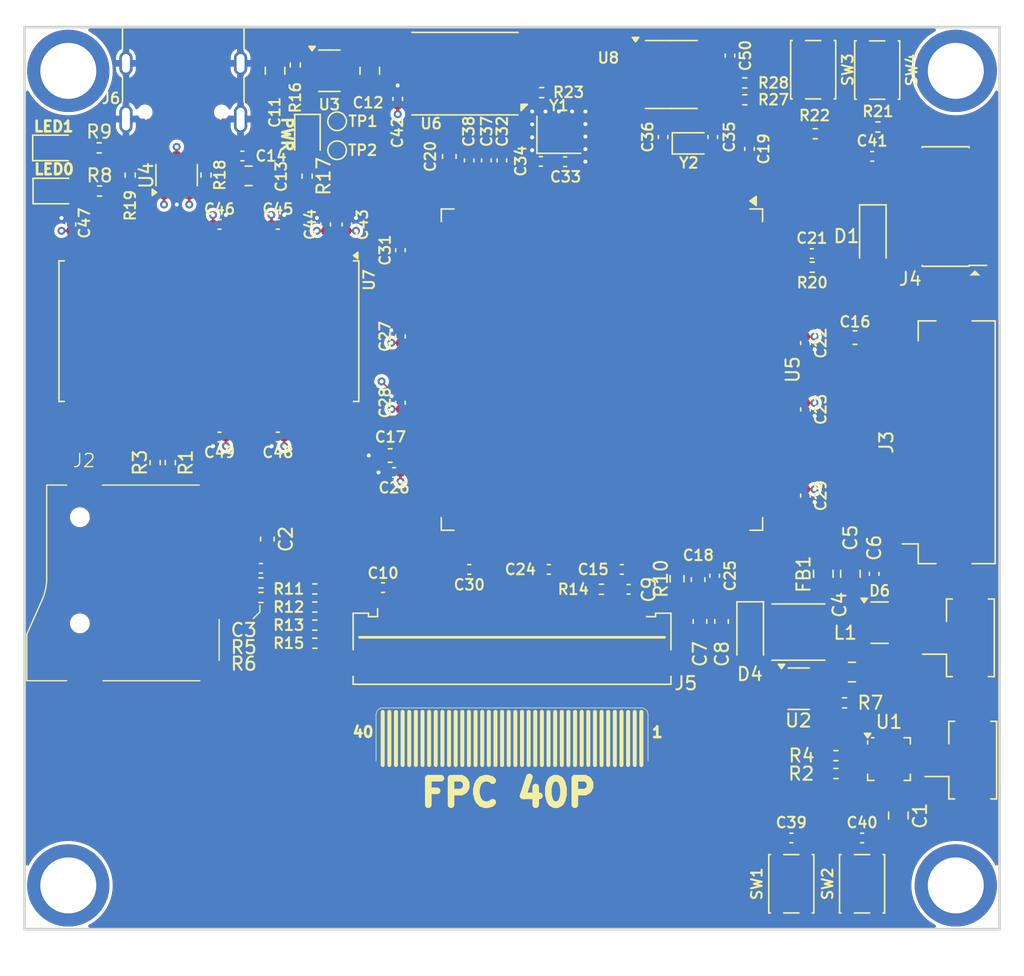
<source format=kicad_pcb>
(kicad_pcb (version 20240108) (generator "pcbnew") (generator_version "8.0")
  (layers (0 "F.Cu" signal) (1 "In1.Cu" signal) (2 "In2.Cu" signal) (31 "B.Cu" signal) (34 "B.Paste" user) (35 "F.Paste" user) (36 "B.SilkS" user "B.Silkscreen") (37 "F.SilkS" user "F.Silkscreen") (38 "B.Mask" user) (39 "F.Mask" user) (44 "Edge.Cuts" user))
  (net 0 "")
  (net 1 "VB")
  (net 2 "GND")
  (net 3 "/LED_A")
  (net 4 "/LED_K")
  (net 5 "Net-(D1-A)")
  (net 6 "/SW")
  (net 7 "/LCD_G7")
  (net 8 "/LCD_B4")
  (net 9 "/LCD_TP_INT")
  (net 10 "/LCD_G6")
  (net 11 "/LCD_R4")
  (net 12 "/LCD_CLK")
  (net 13 "/LCD_DE")
  (net 14 "/LCD_G4")
  (net 15 "/LCD_G5")
  (net 16 "/LCD_TP_SCL")
  (net 17 "/LCD_HSYNC")
  (net 18 "/LCD_TP_RST")
  (net 19 "/LCD_R5")
  (net 20 "/LCD_G2")
  (net 21 "/LCD_R7")
  (net 22 "+3V3")
  (net 23 "/LCD_B3")
  (net 24 "/LCD_G3")
  (net 25 "/LCD_R6")
  (net 26 "/LCD_TP_SDA")
  (net 27 "/LCD_B6")
  (net 28 "/LCD_VSYNC")
  (net 29 "/LCD_RST")
  (net 30 "/LCD_SPI_CS")
  (net 31 "/LCD_SPI_CLK")
  (net 32 "/LCD_B5")
  (net 33 "/LCD_R3")
  (net 34 "/LCD_SPI_DAT")
  (net 35 "/LCD_B7")
  (net 36 "/SWO")
  (net 37 "/SWDIO")
  (net 38 "/SWCLK")
  (net 39 "/RESET")
  (net 40 "/VCP_RX")
  (net 41 "/VCP_TX")
  (net 42 "/LCD_BLK")
  (net 43 "Net-(C17-Pad1)")
  (net 44 "/MCU/XIN")
  (net 45 "/MCU/XOUT")
  (net 46 "/MCU/OSC32_IN")
  (net 47 "VBAT")
  (net 48 "/MCU/OSC32_OUT")
  (net 49 "VDD")
  (net 50 "/MCU/BTN1")
  (net 51 "/MCU/BTN0")
  (net 52 "/MCU/NRST")
  (net 53 "Net-(J1-Pin_2)")
  (net 54 "Net-(J1-Pin_1)")
  (net 58 "Net-(D2-A)")
  (net 59 "Net-(D5-A)")
  (net 60 "VDD_LCD")
  (net 62 "VBUS")
  (net 66 "Net-(D3-A)")
  (net 68 "/LED0")
  (net 69 "/LED1")
  (net 70 "/DAT1")
  (net 71 "/DAT0")
  (net 72 "/SD_DET")
  (net 73 "/DAT2")
  (net 74 "/CMD")
  (net 75 "/CLK")
  (net 76 "/DAT3")
  (net 78 "/~{SD_MODE}")
  (net 79 "Net-(U1-~{SD_MODE})")
  (net 80 "Net-(U1-GAIN_SLOT)")
  (net 82 "/I2S_WS")
  (net 83 "/I2S_SCLK")
  (net 86 "/I2S_SDO")
  (net 88 "/MCU/QUADSPI_BK1_NCS")
  (net 89 "/MCU/LED_1")
  (net 91 "/MCU/BOOT0")
  (net 93 "/MCU/DBG_TX")
  (net 94 "/MCU/SDRAM_DQ5")
  (net 95 "/MCU/USB_D+")
  (net 97 "/MCU/SD_CMD")
  (net 98 "/MCU/SDRAM_ADD10")
  (net 99 "/MCU/QUADSPI_BK1_IO0")
  (net 101 "/MCU/SDRAM_DQ4")
  (net 105 "/MCU/I2S2_DIN")
  (net 106 "/MCU/SDRAM_ADD1")
  (net 107 "/MCU/I2S3_SDO")
  (net 111 "/MCU/SDRAM_DQ1")
  (net 112 "/MCU/USB_D-")
  (net 114 "/MCU/I2S3_CK")
  (net 118 "/MCU/DCMI_HSYNC")
  (net 119 "/MCU/LCD_TP_INT")
  (net 120 "/MCU/QUADSPI_CLK")
  (net 121 "/MCU/SDRAM_DQ15")
  (net 125 "/MCU/SDRAM_DQ10")
  (net 128 "/MCU/SDRAM_ADD6")
  (net 129 "/MCU/SD_CLK")
  (net 130 "/MCU/LCD_SPI_MOSI")
  (net 131 "/MCU/SD_DAT0")
  (net 132 "/MCU/QUADSPI_BK1_IO2")
  (net 134 "/MCU/SDRAM_ADD8")
  (net 135 "/MCU/SD_DAT3")
  (net 137 "/MCU/SDRAM_DQ0")
  (net 138 "/MCU/EE_SDA")
  (net 139 "/MCU/USART6_TX")
  (net 141 "/MCU/DO")
  (net 143 "/MCU/I2S3_SD_MODE")
  (net 144 "/MCU/LCD_SPI_DAT")
  (net 145 "/MCU/LCD_TP_RST")
  (net 146 "/MCU/LCD_SPI_RESET")
  (net 147 "/MCU/I2S2_WS")
  (net 149 "/MCU/LCD_CS")
  (net 151 "/MCU/SDRAM_DQ8")
  (net 152 "/MCU/LCD_SPI_MISO")
  (net 153 "/MCU/LCD_SPI_CS")
  (net 155 "/MCU/SDRAM_DQ12")
  (net 157 "/MCU/I2S3_WS")
  (net 158 "/MCU/SDRAM_ADD0")
  (net 159 "Net-(J6-CC2)")
  (net 160 "/MCU/SDRAM_ADD12")
  (net 161 "/MCU/SDRAM_DQ2")
  (net 163 "/MCU/SD_DAT1")
  (net 164 "/MCU/SDRAM_ADD5")
  (net 166 "Net-(J6-CC1)")
  (net 167 "/MCU/SD_DET")
  (net 168 "/MCU/DBG_SWCLK")
  (net 169 "/MCU/SDRAM_DQ9")
  (net 170 "Net-(U3-EN)")
  (net 171 "/MCU/SDRAM_ADD7")
  (net 172 "/MCU/DBG_SWO")
  (net 173 "Net-(U5-PDR_ON)")
  (net 174 "/EEPROM/EE_SDA")
  (net 175 "/MCU/SD_DAT2")
  (net 176 "/EEPROM/EE_SCL")
  (net 177 "/MCU/I2S2_CK")
  (net 178 "/MCU/SDRAM_ADD4")
  (net 179 "/MCU/LCD_DISP")
  (net 180 "/MCU/DCMI_VSYNC")
  (net 181 "/MCU/DBG_SWDIO")
  (net 182 "/MCU/QUADSPI_BK1_IO1")
  (net 183 "/MCU/LCD_SPI_SCK")
  (net 184 "/MCU/SDRAM_ADD3")
  (net 185 "/MCU/LCD_SPI_CLK")
  (net 186 "/MCU/SDRAM_ADD9")
  (net 187 "/MCU/SDRAM_DQ14")
  (net 189 "/MCU/QUADSPI_BK1_IO3")
  (net 190 "/MCU/DBG_RX")
  (net 192 "/MCU/SDRAM_DQ3")
  (net 193 "/MCU/SDRAM_DQ13")
  (net 194 "/MCU/LCD_TP_SCL")
  (net 195 "/MCU/SDRAM_DQ7")
  (net 197 "/MCU/USART6_RX")
  (net 198 "/MCU/SDRAM_DQ11")
  (net 200 "/MCU/SDRAM_DQ6")
  (net 201 "/MCU/EE_SCL")
  (net 202 "/MCU/SDRAM_ADD2")
  (net 203 "/MCU/SDRAM_ADD11")
  (net 204 "/LCD/LCD_B6")
  (net 205 "/MCU/LCD_BLK")
  (net 207 "/MCU/LCD_TP_SDA")
  (net 208 "/LCD/LCD_G5")
  (net 209 "/LCD/LCD_HSYNC")
  (net 210 "/LCD/LCD_G3")
  (net 211 "/SDRAM/SDRAM_UDQM")
  (net 212 "/SDRAM/~{SDRAM_CS}")
  (net 213 "/SDRAM/SDRAM_BA1")
  (net 214 "/SDRAM/SDRAM_CKE")
  (net 215 "/SDRAM/~{SDRAM_CAS}")
  (net 216 "/SDRAM/~{SDRAM_RAS}")
  (net 217 "/SDRAM/~{SDRAM_WE}")
  (net 218 "/SDRAM/SDRAM_CLK")
  (net 219 "/SDRAM/SDRAM_BA0")
  (net 220 "/LCD/LCD_DE")
  (net 222 "/SDRAM/SDRAM_LDQM")
  (net 223 "/USB_POWER/D+")
  (net 224 "/USB_POWER/D-")
  (net 226 "/LCD/LCD_VSYNC")
  (net 227 "/LCD/LCD_B7")
  (net 232 "/LCD/LCD_G2")
  (net 236 "/LCD/LCD_R7")
  (net 239 "/LCD/LCD_G6")
  (net 240 "/LCD/LCD_R4")
  (net 242 "/LCD/LCD_R6")
  (net 244 "/LCD/LCD_PCLK")
  (net 247 "/LCD/LCD_G4")
  (net 250 "/LCD/LCD_B5")
  (net 254 "/LCD/LCD_B3")
  (net 255 "/LCD/LCD_R5")
  (net 257 "/LCD/LCD_G7")
  (net 258 "/LCD/LCD_B4")
  (net 261 "/LCD/LCD_R3")
  (footprint "Package_TO_SOT_SMD:SOT-23" (layer "F.Cu") (at 172.2628 103.7844)
    (property "Reference" "D6")
    (property "Value" "BAT54CW")
  )
  (footprint "Capacitor_SMD:C_0603_1608Metric" (layer "F.Cu") (at 160.3502 103.6958 -90)
    (property "Reference" "C8")
    (property "Value" "1u")
  )
  (footprint "Capacitor_SMD:C_0402_1005Metric" (layer "F.Cu") (at 152.8332 99.7712 180)
    (property "Reference" "C15")
    (property "Value" "100n")
  )
  (footprint "SMT-round-nut:SMTSO30xx" (layer "F.Cu") (at 111.1072 62.19)
    (property "Reference" "H1" (hide yes))
    (property "Value" "MountingHole")
  )
  (footprint "Capacitor_SMD:C_0603_1608Metric" (layer "F.Cu") (at 158.7246 103.6958 -90)
    (property "Reference" "C7")
    (property "Value" "1u")
  )
  (footprint "Capacitor_SMD:C_0402_1005Metric" (layer "F.Cu") (at 148.5632 69.0372)
    (property "Reference" "C33")
    (property "Value" "16p")
  )
  (footprint "Package_TO_SOT_SMD:SOT-23-6" (layer "F.Cu") (at 119.273 70.0477 90)
    (property "Reference" "U4")
    (property "Value" "USBLC6-2SC6")
  )
  (footprint "Capacitor_SMD:C_0402_1005Metric" (layer "F.Cu") (at 170.942 120.015)
    (property "Reference" "C40")
    (property "Value" "100n")
  )
  (footprint "Capacitor_SMD:C_0402_1005Metric" (layer "F.Cu") (at 159.6898 67.1752 90)
    (property "Reference" "C35")
    (property "Value" "10p")
  )
  (footprint "Resistor_SMD:R_0402_1005Metric" (layer "F.Cu") (at 117.6528 91.7194 -90)
    (property "Reference" "R3")
    (property "Value" "10K")
  )
  (footprint "Capacitor_SMD:C_0402_1005Metric" (layer "F.Cu") (at 167.1548 75.959)
    (property "Reference" "C21")
    (property "Value" "100n")
  )
  (footprint "Button_Switch_SMD:SW_SPST_PTS810" (layer "F.Cu") (at 172.085 62.1284 -90)
    (property "Reference" "SW4")
    (property "Value" "SW_Push")
  )
  (footprint "Capacitor_SMD:C_0402_1005Metric" (layer "F.Cu") (at 171.8564 100.1014 90)
    (property "Reference" "C6")
    (property "Value" "100n")
  )
  (footprint "Capacitor_SMD:C_0603_1608Metric" (layer "F.Cu") (at 126.111 97.4852 90)
    (property "Reference" "C2")
    (property "Value" "1u")
  )
  (footprint "Capacitor_SMD:C_0805_2012Metric" (layer "F.Cu") (at 126.6952 62.1792 -90)
    (property "Reference" "C11")
    (property "Value" "1uF/0805")
  )
  (footprint "Resistor_SMD:R_0402_1005Metric" (layer "F.Cu") (at 121.4882 70.0477 90)
    (property "Reference" "R18")
    (property "Value" "5K1")
  )
  (footprint "Package_TO_SOT_SMD:SOT-23-5" (layer "F.Cu") (at 166.1682 108.7628)
    (property "Reference" "U2")
    (property "Value" "TPS61169")
  )
  (footprint "Capacitor_SMD:C_0402_1005Metric" (layer "F.Cu") (at 166.6748 82.709 -90)
    (property "Reference" "C22")
    (property "Value" "100n")
  )
  (footprint "Capacitor_SMD:C_0402_1005Metric" (layer "F.Cu") (at 166.6748 94.209 -90)
    (property "Reference" "C29")
    (property "Value" "100n")
  )
  (footprint "Package_TO_SOT_SMD:SOT-23-5" (layer "F.Cu") (at 130.7846 62.1792)
    (property "Reference" "U3")
    (property "Value" "TLV75733PDBV")
  )
  (footprint "Resistor_SMD:R_0402_1005Metric" (layer "F.Cu") (at 129.1082 70.1294 90)
    (property "Reference" "R17")
    (property "Value" "2K2")
  )
  (footprint "Package_DFN_QFN:TQFN-16-1EP_3x3mm_P0.5mm_EP1.23x1.23mm" (layer "F.Cu") (at 172.9714 114.0666)
    (property "Reference" "U1")
    (property "Value" "MAX98357A")
  )
  (footprint "Resistor_SMD:R_0402_1005Metric" (layer "F.Cu") (at 129.6924 102.607533)
    (property "Reference" "R12")
    (property "Value" "2K2")
  )
  (footprint "Capacitor_SMD:C_0402_1005Metric" (layer "F.Cu") (at 134.8258 101.1428 180)
    (property "Reference" "C10")
    (property "Value" "100n")
  )
  (footprint "Capacitor_SMD:C_0402_1005Metric" (layer "F.Cu") (at 146.7282 69.0118 180)
    (property "Reference" "C34")
    (property "Value" "16p")
  )
  (footprint "Capacitor_SMD:C_0402_1005Metric" (layer "F.Cu") (at 160.9852 61.0396 -90)
    (property "Reference" "C50")
    (property "Value" "100n")
  )
  (footprint "Resistor_SMD:R_0402_1005Metric" (layer "F.Cu") (at 128.2192 61.7392 -90)
    (property "Reference" "R16")
    (property "Value" "10K")
  )
  (footprint "Capacitor_SMD:C_0402_1005Metric" (layer "F.Cu") (at 126.9052 89.789 180)
    (property "Reference" "C48")
    (property "Value" "100n")
  )
  (footprint "Resistor_SMD:R_0402_1005Metric" (layer "F.Cu") (at 113.4384 67.9956 180)
    (property "Reference" "R9")
    (property "Value" "2K")
  )
  (footprint "Capacitor_SMD:C_0402_1005Metric" (layer "F.Cu") (at 143.7894 68.9382 90)
    (property "Reference" "C32")
    (property "Value" "100n")
  )
  (footprint "Capacitor_SMD:C_0402_1005Metric" (layer "F.Cu") (at 153.3398 101.2698 180)
    (property "Reference" "C9")
    (property "Value" "100n")
  )
  (footprint "Resistor_SMD:R_0402_1005Metric" (layer "F.Cu") (at 129.6924 105.3338)
    (property "Reference" "R15")
    (property "Value" "10K")
  )
  (footprint "Resistor_SMD:R_0402_1005Metric" (layer "F.Cu") (at 167.1848 76.9874 180)
    (property "Reference" "R20")
    (property "Value" "10K")
  )
  (footprint "Resistor_SMD:R_0402_1005Metric" (layer "F.Cu") (at 129.6924 101.2444)
    (property "Reference" "R11")
    (property "Value" "10K")
  )
  (footprint "Inductor_SMD:L_Abracon_ASPI-4030S" (layer "F.Cu") (at 166.1428 104.4956 180)
    (property "Reference" "L1")
    (property "Value" "4.7u")
  )
  (footprint "Capacitor_SMD:C_0805_2012Metric" (layer "F.Cu") (at 170.0637 100.1014 90)
    (property "Reference" "C5")
    (property "Value" "10u")
  )
  (footprint "Capacitor_SMD:C_0402_1005Metric" (layer "F.Cu") (at 135.664 92.459 180)
    (property "Reference" "C26")
    (property "Value" "100n")
  )
  (footprint "Capacitor_SMD:C_0402_1005Metric" (layer "F.Cu") (at 162.4584 68.072 90)
    (property "Reference" "C19")
    (property "Value" "100n")
  )
  (footprint "Capacitor_SMD:C_0402_1005Metric" (layer "F.Cu") (at 142.621 68.9382 90)
    (property "Reference" "C37")
    (property "Value" "100n")
  )
  (footprint "Resistor_SMD:R_0402_1005Metric" (layer "F.Cu") (at 162.1028 64.3696 180)
    (property "Reference" "R27")
    (property "Value" "2K2")
  )
  (footprint "Capacitor_SMD:C_0805_2012Metric" (layer "F.Cu") (at 170.1814 107.5088)
    (property "Reference" "C4")
    (property "Value" "10u")
  )
  (footprint "Capacitor_SMD:C_0603_1608Metric" (layer "F.Cu") (at 170.4086 82.296)
    (property "Reference" "C16")
    (property "Value" "1u")
  )
  (footprint "Capacitor_SMD:C_0402_1005Metric" (layer "F.Cu") (at 136.144 75.709 90)
    (property "Reference" "C31")
    (property "Value" "100n")
  )
  (footprint "Button_Switch_SMD:SW_SPST_PTS810" (layer "F.Cu") (at 167.259 62.103 -90)
    (property "Reference" "SW3")
    (property "Value" "SW_Push")
  )
  (footprint "Capacitor_SMD:C_0402_1005Metric" (layer "F.Cu") (at 122.5052 89.789 180)
    (property "Reference" "C49")
    (property "Value" "100n")
  )
  (footprint "Package_SO:SOIC-8_3.9x4.9mm_P1.27mm" (layer "F.Cu") (at 156.5656 62.4646)
    (property "Reference" "U8")
    (property "Value" "CAT24C256")
  )
  (footprint "Resistor_SMD:R_0402_1005Metric" (layer "F.Cu") (at 172.1358 66.421)
    (property "Reference" "R21")
    (property "Value" "10K")
  )
  (footprint "Package_QFP:LQFP-176_24x24mm_P0.5mm" (layer "F.Cu") (at 151.3332 84.709 -90)
    (property "Reference" "U5")
    (property "Value" "STM32H743IITx")
  )
  (footprint "Connector_PinHeader_1.27mm:PinHeader_2x07_P1.27mm_Vertical_SMD" (layer "F.Cu") (at 177.2412 72.4154 180)
    (property "Reference" "J4")
    (property "Value" "SWD")
  )
  (footprint "Capacitor_SMD:C_0402_1005Metric" (layer "F.Cu") (at 166.6748 87.709 -90)
    (property "Reference" "C23")
    (property "Value" "100n")
  )
  (footprint "Capacitor_SMD:C_0402_1005Metric" (layer "F.Cu") (at 147.3332 99.7712 180)
    (property "Reference" "C24")
    (property "Value" "100n")
  )
  (footprint "Resistor_SMD:R_0402_1005Metric" (layer "F.Cu") (at 169.6212 109.8296)
    (property "Reference" "R7")
    (property "Value" "10K")
  )
  (footprint "Capacitor_SMD:C_0805_2012Metric" (layer "F.Cu") (at 133.8326 62.1792 -90)
    (property "Reference" "C12")
    (property "Value" "2.2u")
  )
  (footprint "Diode_SMD:D_SOD-123" (layer "F.Cu") (at 171.7548 74.6506 -90)
    (property "Reference" "D1")
    (property "Value" "NSR0320MW2T1G")
  )
  (footprint "Capacitor_SMD:C_0402_1005Metric" (layer "F.Cu") (at 155.9433 67.1752 90)
    (property "Reference" "C36")
    (property "Value" "10p")
  )
  (footprint "Capacitor_SMD:C_0603_1608Metric" (layer "F.Cu") (at 158.5832 100.5462 -90)
    (property "Reference" "C18")
    (property "Value" "2u2")
  )
  (footprint "Button_Switch_SMD:SW_SPST_PTS810" (layer "F.Cu") (at 170.942 123.4694 90)
    (property "Reference" "SW2")
    (property "Value" "SW_Push")
  )
  (footprint "Capacitor_SMD:C_0402_1005Metric" (layer "F.Cu") (at 135.9408 64.3046 90)
    (property "Reference" "C42")
    (property "Value" "100n")
  )
  (footprint "Capacitor_SMD:C_0402_1005Metric" (layer "F.Cu") (at 125.6258 99.6872)
    (property "Reference" "C3")
    (property "Value" "100n")
  )
  (footprint "Capacitor_SMD:C_0603_1608Metric" (layer "F.Cu") (at 139.827 68.6432 90)
    (property "Reference" "C20")
    (property "Value" "4u7")
  )
  (footprint "Resistor_SMD:R_0402_1005Metric" (layer "F.Cu") (at 167.4134 66.929 180)
    (property "Reference" "R22")
    (property "Value" "10K")
  )
  (footprint "Resistor_SMD:R_0402_1005Metric" (layer "F.Cu") (at 125.6258 100.7872 180)
    (property "Reference" "R5")
    (property "Value" "10K")
  )
  (footprint "Resistor_SMD:R_0402_1005Metric" (layer "F.Cu") (at 115.7732 70.0477 90)
    (property "Reference" "R19")
    (property "Value" "5K1")
  )
  (footprint "LED_SMD:LED_0805_2012Metric" (layer "F.Cu") (at 110.109 67.9956)
    (property "Reference" "D3" (hide yes))
    (property "Value" "RED")
  )
  (footprint "Capacitor_SMD:C_0805_2012Metric" (layer "F.Cu") (at 173.6778 118.3212 -90)
    (property "Reference" "C1")
    (property "Value" "10u")
  )
  (footprint "TestPoint:TestPoint_Pad_D1.0mm" (layer "F.Cu") (at 131.3688 65.9892 90)
    (property "Reference" "TP1")
    (property "Value" "TestPoint")
  )
  (footprint "Resistor_SMD:R_0402_1005Metric" (layer "F.Cu") (at 146.7866 63.8302 180)
    (property "Reference" "R23")
    (property "Value" "10K")
  )
  (footprint "Resistor_SMD:R_0402_1005Metric" (layer "F.Cu") (at 162.1028 63.0996 180)
    (property "Reference" "R28")
    (property "Value" "2K2")
  )
  (footprint "Capacitor_SMD:C_0402_1005Metric" (layer "F.Cu") (at 122.5052 73.7642)
    (property "Reference" "C46")
    (property "Value" "100n")
  )
  (footprint "Capacitor_SMD:C_0402_1005Metric" (layer "F.Cu") (at 141.3332 99.7712 180)
    (property "Reference" "C30")
    (property "Value" "100n")
  )
  (footprint "Resistor_SMD:R_0402_1005Metric" (layer "F.Cu") (at 118.7958 91.7194 -90)
    (property "Reference" "R1")
    (property "Value" "10K")
  )
  (footprint "Capacitor_SMD:C_0402_1005Metric" (layer "F.Cu") (at 124.2288 68.6054)
    (property "Reference" "C14")
    (property "Value" "100n")
  )
  (footprint "Capacitor_SMD:C_0805_2012Metric" (layer "F.Cu") (at 168.021 100.1014 -90)
    (property "Reference" "FB1")
    (property "Value" "600R/100MHz")
  )
  (footprint "LED_SMD:LED_0805_2012Metric" (layer "F.Cu") (at 110.1344 71.247)
    (property "Reference" "D2" (hide yes))
    (property "Value" "RED")
  )
  (footprint "TestPoint:TestPoint_Pad_D1.0mm" (layer "F.Cu") (at 131.3688 68.1736 -90)
    (property "Reference" "TP2")
    (property "Value" "TestPoint")
  )
  (footprint "Resistor_SMD:R_0603_1608Metric" (layer "F.Cu") (at 156.9974 100.4702 90)
    (property "Reference" "R10")
    (property "Value" "6.8R")
  )
  (footprint "Resistor_SMD:R_0402_1005Metric" (layer "F.Cu") (at 168.9733 115.1548)
    (property "Reference" "R2")
    (property "Value" "1M")
  )
  (footprint "Capacitor_SMD:C_0402_1005Metric" (layer "F.Cu") (at 165.608 120.015)
    (property "Reference" "C39")
    (property "Value" "100n")
  )
  (footprint "Capacitor_SMD:C_0402_1005Metric" (layer "F.Cu") (at 136.144 82.209 90)
    (property "Reference" "C27")
    (property "Value" "100n")
  )
  (footprint "Crystal:Crystal_SMD_2012-2Pin_2.0x1.2mm" (layer "F.Cu") (at 157.8332 67.6552)
    (property "Reference" "Y2")
    (property "Value" "32.768KHz")
  )
  (footprint "Resistor_SMD:R_0402_1005Metric" (layer "F.Cu") (at 151.2972 101.2698)
    (property "Reference" "R14")
    (property "Value" "10K")
  )
  (footprint "Resistor_SMD:R_0402_1005Metric" (layer "F.Cu") (at 129.6924 103.970666)
    (property "Reference" "R13")
    (property "Value" "2K2")
  )
  (footprint "Capacitor_SMD:C_0805_2012Metric" (layer "F.Cu") (at 124.6988 70.104)
    (property "Reference" "C13")
    (property "Value" "4u7")
  )
  (footprint "Connector_Hirose:Hirose_DF13C_CL535-0402-2-51_1x02-1MP_P1.25mm_Vertical" (layer "F.Cu") (at 177.8556 104.9274 90)
    (property "Reference" "J1" (hide yes))
    (property "Value" "Conn_01x02_MountingPin")
  )
  (footprint "Capacitor_SMD:C_0603_1608Metric" (layer "F.Cu") (at 135.369 91.186 180)
    (property "Reference" "C17")
    (property "Value" "2u2")
  )
  (footprint "Capacitor_SMD:C_0402_1005Metric" (layer "F.Cu") (at 159.8332 100.2512 -90)
    (property "Reference" "C25")
    (property "Value" "100n")
  )
  (footprint "Resistor_SMD:R_0402_1005Metric" (layer "F.Cu") (at 113.4638 71.247 180)
    (property "Reference" "R8")
    (property "Value" "2K")
  )
  (footprint "Capacitor_SMD:C_0402_1005Metric" (layer "F.Cu") (at 141.3256 68.9382 90)
    (property "Reference" "C38")
    (property "Value" "100n")
  )
  (footprint "Crystal:Crystal_SMD_2520-4Pin_2.5x2.0mm" (layer "F.Cu") (at 148.0832 67.0052)
    (property "Reference" "Y1")
    (property "Value" "25MHz")
  )
  (footprint "Connector_FFC-FPC:Hirose_FH12-30S-0.5SH_1x30-1MP_P0.50mm_Horizontal" (layer "F.Cu") (at 176.475 90.1872 90)
    (property "Reference" "J3")
    (property "Value" "Conn_01x30_MountingPin")
  )
  (footprint "Capacitor_SMD:C_0402_1005Metric" (layer "F.Cu") (at 136.144 87.209 90)
    (property "Reference" "C28")
    (property "Value" "100n")
  )
  (footprint "Capacitor_SMD:C_0402_1005Metric" (layer "F.Cu") (at 111.3052 73.7642 90)
    (property "Reference" "C47")
    (property "Value" "100n")
  )
  (footprint "LED_SMD:LED_0805_2012Metric" (layer "F.Cu") (at 129.1336 67.1576 -90)
    (property "Reference" "D5" (hide yes))
    (property "Value" "GREEN")
  )
  (footprint "TF-115:SD-TF-115" (layer "F.Cu") (at 117.729 100.7872 -90)
    (property "Reference" "J2")
    (property "Value" "Micro_SD_Card_Det1")
  )
  (footprint "Button_Switch_SMD:SW_SPST_PTS810" (layer "F.Cu") (at 165.608 123.4694 90)
    (property "Reference" "SW1")
    (property "Value" "SW_Push")
  )
  (footprint "Capacitor_SMD:C_0402_1005Metric" (layer "F.Cu") (at 132.1052 73.7642 90)
    (property "Reference" "C43")
    (property "Value" "100n")
  )
  (footprint "SMT-round-nut:SMTSO30xx" (layer "F.Cu") (at 111.1072 123.59)
    (property "Reference" "H4" (hide yes))
    (property "Value" "MountingHole")
  )
  (footprint "Capacitor_SMD:C_0402_1005Metric" (layer "F.Cu") (at 171.7014 68.6308)
    (property "Reference" "C41")
    (property "Value" "100n")
  )
  (footprint "SMT-round-nut:SMTSO30xx" (layer "F.Cu") (at 178.0072 62.19)
    (property "Reference" "H2" (hide yes))
    (property "Value" "MountingHole")
  )
  (footprint "Diode_SMD:D_SOD-123" (layer "F.Cu") (at 162.5092 104.5718 -90)
    (property "Reference" "D4")
    (property "Value" "MBR0540")
  )
  (footprint "Connector_FFC-FPC:Omron_XF2M-4015-1A_1x40-1MP_P0.5mm_Horizontal" (layer "F.Cu") (at 144.5572 104.9754)
    (property "Reference" "J5")
    (property "Value" "Conn_01x40_MountingPin")
  )
  (footprint "Resistor_SMD:R_0402_1005Metric" (layer "F.Cu") (at 168.9733 113.8086 180)
    (property "Reference" "R4")
    (property "Value" "100K")
  )
  (footprint "Connector_USB:USB_C_Receptacle_G-Switch_GT-USB-7010ASV" (layer "F.Cu") (at 119.773 62.696 180)
    (property "Reference" "J6")
    (property "Value" "USB_C_Receptacle_USB2.0_16P")
  )
  (footprint "Package_SON:WSON-8-1EP_8x6mm_P1.27mm_EP3.4x4.3mm" (layer "F.Cu") (at 141.009 62.3996 180)
    (property "Reference" "U6")
    (property "Value" "MT25Q")
  )
  (footprint "Resistor_SMD:R_0402_1005Metric" (layer "F.Cu") (at 125.6258 101.8872 180)
    (property "Reference" "R6")
    (property "Value" "10K")
  )
  (footprint "Package_SO:TSOP-II-54_22.2x10.16mm_P0.8mm" (layer "F.Cu") (at 121.7052 81.8108 -90)
    (property "Reference" "U7")
    (property "Value" "MT48LC16M16A2P")
  )
  (footprint "Capacitor_SMD:C_0402_1005Metric" (layer "F.Cu") (at 130.5052 73.7642 90)
    (property "Reference" "C44")
    (property "Value" "100n")
  )
  (footprint "Capacitor_SMD:C_0402_1005Metric" (layer "F.Cu") (at 126.9052 73.7642)
    (property "Reference" "C45")
    (property "Value" "100n")
  )
  (footprint "Connector_Hirose:Hirose_DF13C_CL535-0402-2-51_1x02-1MP_P1.25mm_Vertical" (layer "F.Cu") (at 178.0334 114.1476 90)
    (property "Reference" "J1" (hide yes))
    (property "Value" "Conn_01x02_MountingPin")
  )
  (footprint "SMT-round-nut:SMTSO30xx" (layer "F.Cu") (at 178.0072 123.59)
    (property "Reference" "H3" (hide yes))
    (property "Value" "MountingHole")
  )
  (gr_line (start 154.3072 110.5154) (end 154.3072 114.5154) (stroke (width 0.3)) (layer "F.SilkS"))
  (gr_line (start 135.3072 110.5154) (end 135.3072 114.5154) (stroke (width 0.3)) (layer "F.SilkS"))
  (gr_line (start 140.8072 110.5154) (end 140.8072 114.5154) (stroke (width 0.3)) (layer "F.SilkS"))
  (gr_line (start 146.3072 110.5154) (end 146.3072 114.5154) (stroke (width 0.3)) (layer "F.SilkS"))
  (gr_line (start 142.8072 110.5154) (end 142.8072 114.5154) (stroke (width 0.3)) (layer "F.SilkS"))
  (gr_line (start 144.3072 110.5154) (end 144.3072 114.5154) (stroke (width 0.3)) (layer "F.SilkS"))
  (gr_line (start 140.3072 110.5154) (end 140.3072 114.5154) (stroke (width 0.3)) (layer "F.SilkS"))
  (gr_line (start 134.8072 110.2106) (end 154.3072 110.2106) (stroke (width 0.05)) (layer "F.SilkS"))
  (gr_arc (start 154.3072 110.2106) (mid 154.660753 110.357047) (end 154.8072 110.7106) (stroke (width 0.05)) (layer "F.SilkS"))
  (gr_line (start 147.8072 110.5154) (end 147.8072 114.5154) (stroke (width 0.3)) (layer "F.SilkS"))
  (gr_line (start 154.8072 110.7106) (end 154.8072 114.2106) (stroke (width 0.05)) (layer "F.SilkS"))
  (gr_line (start 153.8072 110.5154) (end 153.8072 114.5154) (stroke (width 0.3)) (layer "F.SilkS"))
  (gr_line (start 139.8072 110.5154) (end 139.8072 114.5154) (stroke (width 0.3)) (layer "F.SilkS"))
  (gr_line (start 147.3072 110.5154) (end 147.3072 114.5154) (stroke (width 0.3)) (layer "F.SilkS"))
  (gr_line (start 144.8072 110.5154) (end 144.8072 114.5154) (stroke (width 0.3)) (layer "F.SilkS"))
  (gr_line (start 148.8072 110.5154) (end 148.8072 114.5154) (stroke (width 0.3)) (layer "F.SilkS"))
  (gr_line (start 145.3072 110.5154) (end 145.3072 114.5154) (stroke (width 0.3)) (layer "F.SilkS"))
  (gr_line (start 138.8072 110.5154) (end 138.8072 114.5154) (stroke (width 0.3)) (layer "F.SilkS"))
  (gr_line (start 134.8072 110.5154) (end 134.8072 114.5154) (stroke (width 0.3)) (layer "F.SilkS"))
  (gr_arc (start 134.3072 110.7106) (mid 134.453647 110.357047) (end 134.8072 110.2106) (stroke (width 0.05)) (layer "F.SilkS"))
  (gr_line (start 139.3072 110.5154) (end 139.3072 114.5154) (stroke (width 0.3)) (layer "F.SilkS"))
  (gr_line (start 141.8072 110.5154) (end 141.8072 114.5154) (stroke (width 0.3)) (layer "F.SilkS"))
  (gr_line (start 125.5522 102.9716) (end 125.0442 103.4796) (stroke (width 0.1)) (layer "F.SilkS"))
  (gr_line (start 125.5522 102.489) (end 125.5522 102.9716) (stroke (width 0.1)) (layer "F.SilkS"))
  (gr_line (start 134.3072 110.7106) (end 134.3072 114.2106) (stroke (width 0.05)) (layer "F.SilkS"))
  (gr_line (start 145.8072 110.5154) (end 145.8072 114.5154) (stroke (width 0.3)) (layer "F.SilkS"))
  (gr_line (start 151.3072 110.5154) (end 151.3072 114.5154) (stroke (width 0.3)) (layer "F.SilkS"))
  (gr_line (start 150.8072 110.5154) (end 150.8072 114.5154) (stroke (width 0.3)) (layer "F.SilkS"))
  (gr_line (start 138.3072 110.5154) (end 138.3072 114.5154) (stroke (width 0.3)) (layer "F.SilkS"))
  (gr_line (start 136.3072 110.5154) (end 136.3072 114.5154) (stroke (width 0.3)) (layer "F.SilkS"))
  (gr_line (start 136.8072 110.5154) (end 136.8072 114.5154) (stroke (width 0.3)) (layer "F.SilkS"))
  (gr_line (start 146.8072 110.5154) (end 146.8072 114.5154) (stroke (width 0.3)) (layer "F.SilkS"))
  (gr_line (start 137.8072 110.5154) (end 137.8072 114.5154) (stroke (width 0.3)) (layer "F.SilkS"))
  (gr_line (start 141.3072 110.5154) (end 141.3072 114.5154) (stroke (width 0.3)) (layer "F.SilkS"))
  (gr_line (start 135.8072 110.5154) (end 135.8072 114.5154) (stroke (width 0.3)) (layer "F.SilkS"))
  (gr_line (start 148.3072 110.5154) (end 148.3072 114.5154) (stroke (width 0.3)) (layer "F.SilkS"))
  (gr_line (start 152.3072 110.5154) (end 152.3072 114.5154) (stroke (width 0.3)) (layer "F.SilkS"))
  (gr_line (start 151.8072 110.5154) (end 151.8072 114.5154) (stroke (width 0.3)) (layer "F.SilkS"))
  (gr_line (start 149.8072 110.5154) (end 149.8072 114.5154) (stroke (width 0.3)) (layer "F.SilkS"))
  (gr_line (start 153.3072 110.5154) (end 153.3072 114.5154) (stroke (width 0.3)) (layer "F.SilkS"))
  (gr_line (start 137.3072 110.5154) (end 137.3072 114.5154) (stroke (width 0.3)) (layer "F.SilkS"))
  (gr_line (start 150.3072 110.5154) (end 150.3072 114.5154) (stroke (width 0.3)) (layer "F.SilkS"))
  (gr_line (start 152.8072 110.5154) (end 152.8072 114.5154) (stroke (width 0.3)) (layer "F.SilkS"))
  (gr_line (start 142.3072 110.5154) (end 142.3072 114.5154) (stroke (width 0.3)) (layer "F.SilkS"))
  (gr_poly (pts (xy 179.0446 77.6224) (xy 179.8574 77.6224) (xy 179.451 77.216)) (fill solid) (layer "F.SilkS"))
  (gr_line (start 149.3072 110.5154) (end 149.3072 114.5154) (stroke (width 0.3)) (layer "F.SilkS"))
  (gr_line (start 143.3072 110.5154) (end 143.3072 114.5154) (stroke (width 0.3)) (layer "F.SilkS"))
  (gr_line (start 143.8072 110.5154) (end 143.8072 114.5154) (stroke (width 0.3)) (layer "F.SilkS"))
  (gr_line (start 133.0572 104.89) (end 156.0572 104.89) (stroke (width 0.2)) (layer "F.SilkS"))
  (gr_line (start 180.3072 58.89) (end 181.3072 58.89) (stroke (width 0.2)) (layer "Edge.Cuts"))
  (gr_line (start 181.3072 59.89) (end 181.3072 58.89) (stroke (width 0.2)) (layer "Edge.Cuts"))
  (gr_line (start 107.8072 125.89) (end 107.8072 126.89) (stroke (width 0.2)) (layer "Edge.Cuts"))
  (gr_line (start 180.3072 126.89) (end 108.8072 126.89) (stroke (width 0.2)) (layer "Edge.Cuts"))
  (gr_line (start 181.3072 125.89) (end 181.3072 126.89) (stroke (width 0.2)) (layer "Edge.Cuts"))
  (gr_line (start 108.8072 58.89) (end 107.8072 58.89) (stroke (width 0.2)) (layer "Edge.Cuts"))
  (gr_line (start 180.3072 58.89) (end 108.8072 58.89) (stroke (width 0.2)) (layer "Edge.Cuts"))
  (gr_line (start 107.8072 59.89) (end 107.8072 125.89) (stroke (width 0.2)) (layer "Edge.Cuts"))
  (gr_line (start 107.8072 59.89) (end 107.8072 58.89) (stroke (width 0.2)) (layer "Edge.Cuts"))
  (gr_line (start 108.8072 126.89) (end 107.8072 126.89) (stroke (width 0.2)) (layer "Edge.Cuts"))
  (gr_line (start 181.3072 59.89) (end 181.3072 125.89) (stroke (width 0.2)) (layer "Edge.Cuts"))
  (gr_line (start 180.3072 126.89) (end 181.3072 126.89) (stroke (width 0.2)) (layer "Edge.Cuts"))
  (gr_text "LED0" (at 108.4326 70.0786 0) (layer "F.SilkS") (effects (font (size 0.8 0.8) (thickness 0.2) (bold yes)) (justify left bottom)))
  (gr_text "FPC 40P" (at 137.4394 117.7798 0) (layer "F.SilkS") (effects (font (size 2 2) (thickness 0.5) (bold yes)) (justify left bottom)))
  (gr_text "LED1" (at 108.402333 66.8526 0) (layer "F.SilkS") (effects (font (size 0.8 0.8) (thickness 0.2) (bold yes)) (justify left bottom)))
  (gr_text "40" (at 132.4356 112.4966 0) (layer "F.SilkS") (effects (font (size 0.8 0.8) (thickness 0.2) (bold yes)) (justify left bottom)))
  (gr_text "PWR" (at 127.127 65.5828 -90) (layer "F.SilkS") (effects (font (size 0.8 0.8) (thickness 0.2) (bold yes)) (justify left bottom)))
  (gr_text "1" (at 154.9908 112.5154 0) (layer "F.SilkS") (effects (font (size 0.8 0.8) (thickness 0.2) (bold yes)) (justify left bottom)))
  (segment (start 135.9408 63.8246) (end 135.9408 63.2968) (width 0.25) (layer "F.Cu") (net 2))
  (segment (start 166.4448 82.959) (end 166.6748 83.189) (width 0.2) (layer "F.Cu") (net 2))
  (segment (start 150.0886 67.6656) (end 150.0886 68.09105) (width 0.6) (layer "F.Cu") (net 2))
  (segment (start 122.9852 73.052) (end 122.9868 73.0504) (width 0.2) (layer "F.Cu") (net 2))
  (segment (start 134.594 91.186) (end 133.7564 91.186) (width 0.2) (layer "F.Cu") (net 2))
  (segment (start 130.5052 73.2842) (end 129.85 73.2842) (width 0.2) (layer "F.Cu") (net 2))
  (segment (start 135.497 86.729) (end 135.4836 86.7156) (width 0.2) (layer "F.Cu") (net 2))
  (segment (start 147.2082 66.3052) (end 147.2082 65.3821) (width 0.6) (layer "F.Cu") (net 2))
  (segment (start 123.3052 74.0842) (end 122.9852 73.7642) (width 0.2) (layer "F.Cu") (net 2))
  (segment (start 135.9408 63.2968) (end 135.936009 63.292009) (width 0.25) (layer "F.Cu") (net 2))
  (segment (start 138.6582 81.959) (end 136.374 81.959) (width 0.2) (layer "F.Cu") (net 2))
  (segment (start 147.0832 99.5412) (end 146.8532 99.7712) (width 0.2) (layer "F.Cu") (net 2))
  (segment (start 121.7052 87.5608) (end 121.7052 89.469) (width 0.2) (layer "F.Cu") (net 2))
  (segment (start 128.1052 76.0608) (end 128.1052 74.4842) (width 0.2) (layer "F.Cu") (net 2))
  (segment (start 136.374 86.959) (end 136.144 86.729) (width 0.2) (layer "F.Cu") (net 2))
  (segment (start 146.0754 68.1736) (end 146.0754 68.839) (width 0.6) (layer "F.Cu") (net 2))
  (segment (start 167.3584 94.689) (end 167.3606 94.6912) (width 0.2) (layer "F.Cu") (net 2))
  (segment (start 127.3852 73.0546) (end 127.381 73.0504) (width 0.2) (layer "F.Cu") (net 2))
  (segment (start 132.786 73.2842) (end 132.7912 73.279) (width 0.2) (layer "F.Cu") (net 2))
  (segment (start 150.0886 65.2526) (end 150.0886 69.0372) (width 0.6) (layer "F.Cu") (net 2))
  (segment (start 148.9582 67.7052) (end 150.049 67.7052) (width 0.6) (layer "F.Cu") (net 2))
  (segment (start 141.0832 97.384) (end 141.0832 99.5412) (width 0.2) (layer "F.Cu") (net 2))
  (segment (start 136.374 81.959) (end 136.144 81.729) (width 0.2) (layer "F.Cu") (net 2))
  (segment (start 127.3852 73.7642) (end 127.3852 73.0546) (width 0.2) (layer "F.Cu") (net 2))
  (segment (start 150.0886 69.0372) (end 149.0432 69.0372) (width 0.6) (layer "F.Cu") (net 2))
  (segment (start 135.4782 81.729) (end 135.4582 81.749) (width 0.2) (layer "F.Cu") (net 2))
  (segment (start 152.5832 99.5412) (end 152.3532 99.7712) (width 0.2) (layer "F.Cu") (net 2))
  (segment (start 138.6582 75.459) (end 136.374 75.459) (width 0.2) (layer "F.Cu") (net 2))
  (segment (start 122.0252 90.4712) (end 122.0216 90.4748) (width 0.2) (layer "F.Cu") (net 2))
  (segment (start 111.3052 73.2842) (end 110.5968 73.2842) (width 0.2) (layer "F.Cu") (net 2))
  (segment (start 132.1052 73.2842) (end 132.786 73.2842) (width 0.2) (layer "F.Cu") (net 2))
  (segment (start 138.6582 86.959) (end 136.374 86.959) (width 0.2) (layer "F.Cu") (net 2))
  (segment (start 146.0754 65.2526) (end 150.0886 65.2526) (width 0.6) (layer "F.Cu") (net 2))
  (segment (start 164.0082 94.459) (end 166.4448 94.459) (width 0.2) (layer "F.Cu") (net 2))
  (segment (start 147.2082 65.3821) (end 147.0787 65.2526) (width 0.6) (layer "F.Cu") (net 2))
  (segment (start 146.0754 68.1736) (end 146.0754 65.2526) (width 0.6) (layer "F.Cu") (net 2))
  (segment (start 119.273 71.1852) (end 119.273 72.2576) (width 0.25) (layer "F.Cu") (net 2))
  (segment (start 136.144 86.729) (end 135.497 86.729) (width 0.2) (layer "F.Cu") (net 2))
  (segment (start 126.4252 89.789) (end 126.4252 90.4588) (width 0.2) (layer "F.Cu") (net 2))
  (segment (start 141.0832 99.5412) (end 140.8532 99.7712) (width 0.2) (layer "F.Cu") (net 2))
  (segment (start 167.3566 83.189) (end 167.3606 83.185) (width 0.2) (layer "F.Cu") (net 2))
  (segment (start 128.1052 74.4842) (end 127.3852 73.7642) (width 0.2) (layer "F.Cu") (net 2))
  (segment (start 166.4448 87.959) (end 166.6748 88.189) (width 0.2) (layer "F.Cu") (net 2))
  (segment (start 129.85 73.2842) (end 129.8448 73.279) (width 0.2) (layer "F.Cu") (net 2))
  (segment (start 152.5832 97.384) (end 152.5832 99.5412) (width 0.2) (layer "F.Cu") (net 2))
  (segment (start 125.7052 87.5608) (end 125.7052 89.069) (width 0.2) (layer "F.Cu") (net 2))
  (segment (start 164.0082 87.959) (end 166.4448 87.959) (width 0.2) (layer "F.Cu") (net 2))
  (segment (start 134.496 92.459) (end 134.493 92.456) (width 0.2) (layer "F.Cu") (net 2))
  (segment (start 126.4252 90.4588) (end 126.4412 90.4748) (width 0.2) (layer "F.Cu") (net 2))
  (segment (start 166.6748 83.189) (end 167.3566 83.189) (width 0.2) (layer "F.Cu") (net 2))
  (segment (start 123.3052 76.0608) (end 123.3052 74.0842) (width 0.2) (layer "F.Cu") (net 2))
  (segment (start 121.7052 89.469) (end 122.0252 89.789) (width 0.2) (layer "F.Cu") (net 2))
  (segment (start 166.4448 94.459) (end 166.6748 94.689) (width 0.2) (layer "F.Cu") (net 2))
  (segment (start 135.184 92.459) (end 134.496 92.459) (width 0.2) (layer "F.Cu") (net 2))
  (segment (start 150.049 67.7052) (end 150.0886 67.6656) (width 0.6) (layer "F.Cu") (net 2))
  (segment (start 125.7052 89.069) (end 126.4252 89.789) (width 0.2) (layer "F.Cu") (net 2))
  (segment (start 110.5968 73.2842) (end 110.5916 73.279) (width 0.2) (layer "F.Cu") (net 2))
  (segment (start 122.9852 73.7642) (end 122.9852 73.052) (width 0.2) (layer "F.Cu") (net 2))
  (segment (start 136.374 75.459) (end 136.144 75.229) (width 0.2) (layer "F.Cu") (net 2))
  (segment (start 166.6748 94.689) (end 167.3584 94.689) (width 0.2) (layer "F.Cu") (net 2))
  (segment (start 164.0082 82.959) (end 166.4448 82.959) (width 0.2) (layer "F.Cu") (net 2))
  (segment (start 119.273 72.2576) (end 119.2784 72.263) (width 0.25) (layer "F.Cu") (net 2))
  (segment (start 167.3604 88.189) (end 167.3606 88.1888) (width 0.2) (layer "F.Cu") (net 2))
  (segment (start 136.144 81.729) (end 135.4782 81.729) (width 0.2) (layer "F.Cu") (net 2))
  (segment (start 147.0832 97.384) (end 147.0832 99.5412) (width 0.2) (layer "F.Cu") (net 2))
  (segment (start 122.0252 89.789) (end 122.0252 90.4712) (width 0.2) (layer "F.Cu") (net 2))
  (segment (start 166.6748 88.189) (end 167.3604 88.189) (width 0.2) (layer "F.Cu") (net 2))
  (segment (start 146.0754 68.839) (end 146.2482 69.0118) (width 0.6) (layer "F.Cu") (net 2))
  (via (at 148.082 65.2526) (size 0.6) (drill 0.3) (layers "F.Cu" "B.Cu") (net 2))
  (via (at 132.7912 73.279) (size 0.6) (drill 0.3) (layers "F.Cu" "B.Cu") (net 2))
  (via (at 135.936009 63.292009) (size 0.6) (drill 0.3) (layers "F.Cu" "B.Cu") (net 2))
  (via (at 146.0754 67.199932) (size 0.6) (drill 0.3) (layers "F.Cu" "B.Cu") (net 2))
  (via (at 167.3606 88.1888) (size 0.6) (drill 0.3) (layers "F.Cu" "B.Cu") (net 2))
  (via (at 150.0886 65.2526) (size 0.6) (drill 0.3) (layers "F.Cu" "B.Cu") (net 2))
  (via (at 146.0754 68.1736) (size 0.6) (drill 0.3) (layers "F.Cu" "B.Cu") (net 2))
  (via (at 150.0886 69.0372) (size 0.6) (drill 0.3) (layers "F.Cu" "B.Cu") (net 2))
  (via (at 134.493 92.456) (size 0.6) (drill 0.3) (layers "F.Cu" "B.Cu") (net 2))
  (via (at 129.8448 73.279) (size 0.6) (drill 0.3) (layers "F.Cu" "B.Cu") (net 2))
  (via (at 119.2784 72.263) (size 0.6) (drill 0.3) (layers "F.Cu" "B.Cu") (net 2))
  (via (at 110.5916 73.279) (size 0.6) (drill 0.3) (layers "F.Cu" "B.Cu") (net 2))
  (via (at 167.3606 94.6912) (size 0.6) (drill 0.3) (layers "F.Cu" "B.Cu") (net 2))
  (via (at 135.4836 86.7156) (size 0.6) (drill 0.3) (layers "F.Cu" "B.Cu") (net 2))
  (via (at 167.3606 83.185) (size 0.6) (drill 0.3) (layers "F.Cu" "B.Cu") (net 2))
  (via (at 150.0886 66.19875) (size 0.6) (drill 0.3) (layers "F.Cu" "B.Cu") (net 2))
  (via (at 135.4582 81.749) (size 0.6) (drill 0.3) (layers "F.Cu" "B.Cu") (net 2))
  (via (at 146.0754 66.226266) (size 0.6) (drill 0.3) (layers "F.Cu" "B.Cu") (net 2))
  (via (at 126.4412 90.4748) (size 0.6) (drill 0.3) (layers "F.Cu" "B.Cu") (net 2))
  (via (at 127.381 73.0504) (size 0.6) (drill 0.3) (layers "F.Cu" "B.Cu") (net 2))
  (via (at 146.0754 65.2526) (size 0.6) (drill 0.3) (layers "F.Cu" "B.Cu") (net 2))
  (via (at 149.0853 65.2526) (size 0.6) (drill 0.3) (layers "F.Cu" "B.Cu") (net 2))
  (via (at 122.0216 90.4748) (size 0.6) (drill 0.3) (layers "F.Cu" "B.Cu") (net 2))
  (via (at 150.0886 67.1449) (size 0.6) (drill 0.3) (layers "F.Cu" "B.Cu") (net 2))
  (via (at 150.0886 68.09105) (size 0.6) (drill 0.3) (layers "F.Cu" "B.Cu") (net 2))
  (via (at 122.9868 73.0504) (size 0.6) (drill 0.3) (layers "F.Cu" "B.Cu") (net 2))
  (via (at 147.0787 65.2526) (size 0.6) (drill 0.3) (layers "F.Cu" "B.Cu") (net 2))
  (via (at 133.7564 91.186) (size 0.6) (drill 0.3) (layers "F.Cu" "B.Cu") (net 2))
  (segment (start 166.6748 82.229) (end 167.3514 82.229) (width 0.2) (layer "F.Cu") (net 22))
  (segment (start 147.5832 99.5412) (end 147.8132 99.7712) (width 0.2) (layer "F.Cu") (net 22))
  (segment (start 164.0082 75.959) (end 166.6748 75.959) (width 0.2) (layer "F.Cu") (net 22))
  (segment (start 147.5832 97.384) (end 147.5832 99.5412) (width 0.2) (layer "F.Cu") (net 22))
  (segment (start 132.1052 74.2442) (end 132.7912 74.2442) (width 0.2) (layer "F.Cu") (net 22))
  (segment (start 126.4252 73.7642) (end 126.4252 73.0598) (width 0.2) (layer "F.Cu") (net 22))
  (segment (start 123.3052 87.5608) (end 123.3052 89.469) (width 0.2) (layer "F.Cu") (net 22))
  (segment (start 127.3852 90.4706) (end 127.381 90.4748) (width 0.2) (layer "F.Cu") (net 22))
  (segment (start 136.374 87.459) (end 136.144 87.689) (width 0.2) (layer "F.Cu") (net 22))
  (segment (start 128.1052 87.5608) (end 128.1052 89.069) (width 0.2) (layer "F.Cu") (net 22))
  (segment (start 166.4448 93.959) (end 166.6748 93.729) (width 0.2) (layer "F.Cu") (net 22))
  (segment (start 166.6748 87.229) (end 167.3552 87.229) (width 0.2) (layer "F.Cu") (net 22))
  (segment (start 128.1052 89.069) (end 127.3852 89.789) (width 0.2) (layer "F.Cu") (net 22))
  (segment (start 111.3052 76.0608) (end 111.3052 74.2442) (width 0.2) (layer "F.Cu") (net 22))
  (segment (start 164.0082 82.459) (end 166.4448 82.459) (width 0.2) (layer "F.Cu") (net 22))
  (segment (start 125.7052 76.0608) (end 125.7052 74.4842) (width 0.2) (layer "F.Cu") (net 22))
  (segment (start 135.4614 82.689) (end 135.4582 82.6858) (width 0.2) (layer "F.Cu") (net 22))
  (segment (start 166.6748 93.729) (end 167.3576 93.729) (width 0.2) (layer "F.Cu") (net 22))
  (segment (start 141.5832 99.5412) (end 141.8132 99.7712) (width 0.2) (layer "F.Cu") (net 22))
  (segment (start 132.1052 76.0608) (end 132.1052 74.2442) (width 0.2) (layer "F.Cu") (net 22))
  (segment (start 130.5052 74.2442) (end 129.8448 74.2442) (width 0.2) (layer "F.Cu") (net 22))
  (segment (start 167.3514 82.229) (end 167.3606 82.2198) (width 0.2) (layer "F.Cu") (net 22))
  (segment (start 121.7052 76.0608) (end 121.7052 74.0842) (width 0.2) (layer "F.Cu") (net 22))
  (segment (start 136.144 82.689) (end 135.4614 82.689) (width 0.2) (layer "F.Cu") (net 22))
  (segment (start 130.5052 76.0608) (end 130.5052 74.2442) (width 0.2) (layer "F.Cu") (net 22))
  (segment (start 166.4448 87.459) (end 166.6748 87.229) (width 0.2) (layer "F.Cu") (net 22))
  (segment (start 122.9852 89.789) (end 122.9852 90.4732) (width 0.2) (layer "F.Cu") (net 22))
  (segment (start 135.4918 87.689) (end 135.4836 87.6808) (width 0.2) (layer "F.Cu") (net 22))
  (segment (start 159.5832 97.384) (end 159.5832 99.5212) (width 0.2) (layer "F.Cu") (net 22))
  (segment (start 126.4252 73.0598) (end 126.4158 73.0504) (width 0.2) (layer "F.Cu") (net 22))
  (segment (start 138.6582 92.459) (end 136.144 92.459) (width 0.2) (layer "F.Cu") (net 22))
  (segment (start 111.3052 74.2442) (end 110.5916 74.2442) (width 0.2) (layer "F.Cu") (net 22))
  (segment (start 159.5832 99.5212) (end 159.8332 99.7712) (width 0.2) (layer "F.Cu") (net 22))
  (segment (start 138.6582 75.959) (end 136.374 75.959) (width 0.2) (layer "F.Cu") (net 22))
  (segment (start 122.9852 90.4732) (end 122.9868 90.4748) (width 0.2) (layer "F.Cu") (net 22))
  (segment (start 122.0252 73.7642) (end 122.0252 73.054) (width 0.2) (layer "F.Cu") (net 22))
  (segment (start 167.3552 87.229) (end 167.3606 87.2236) (width 0.2) (layer "F.Cu") (net 22))
  (segment (start 136.144 87.689) (end 135.4918 87.689) (width 0.2) (layer "F.Cu") (net 22))
  (segment (start 164.0082 87.459) (end 166.4448 87.459) (width 0.2) (layer "F.Cu") (net 22))
  (segment (start 167.3576 93.729) (end 167.3606 93.726) (width 0.2) (layer "F.Cu") (net 22))
  (segment (start 137.259 64.3046) (end 136.779 64.7846) (width 0.25) (layer "F.Cu") (net 22))
  (segment (start 122.0252 73.054) (end 122.0216 73.0504) (width 0.2) (layer "F.Cu") (net 22))
  (segment (start 164.0082 93.959) (end 166.4448 93.959) (width 0.2) (layer "F.Cu") (net 22))
  (segment (start 136.374 75.959) (end 136.144 76.189) (width 0.2) (layer "F.Cu") (net 22))
  (segment (start 121.7052 74.0842) (end 122.0252 73.7642) (width 0.2) (layer "F.Cu") (net 22))
  (segment (start 138.6582 82.459) (end 136.374 82.459) (width 0.2) (layer "F.Cu") (net 22))
  (segment (start 153.0832 97.384) (end 153.0832 99.5412) (width 0.2) (layer "F.Cu") (net 22))
  (segment (start 136.144 92.459) (end 136.144 93.1418) (width 0.2) (layer "F.Cu") (net 22))
  (segment (start 138.6582 87.459) (end 136.374 87.459) (width 0.2) (layer "F.Cu") (net 22))
  (segment (start 123.3052 89.469) (end 122.9852 89.789) (width 0.2) (layer "F.Cu") (net 22))
  (segment (start 136.374 82.459) (end 136.144 82.689) (width 0.2) (layer "F.Cu") (net 22))
  (segment (start 125.7052 74.4842) (end 126.4252 73.7642) (width 0.2) (layer "F.Cu") (net 22))
  (segment (start 141.5832 97.384) (end 141.5832 99.5412) (width 0.2) (layer "F.Cu") (net 22))
  (segment (start 153.0832 99.5412) (end 153.3132 99.7712) (width 0.2) (layer "F.Cu") (net 22))
  (segment (start 135.9408 64.7846) (end 135.9408 65.4558) (width 0.25) (layer "F.Cu") (net 22))
  (segment (start 127.3852 89.789) (end 127.3852 90.4706) (width 0.2) (layer "F.Cu") (net 22))
  (segment (start 166.4448 82.459) (end 166.6748 82.229) (width 0.2) (layer "F.Cu") (net 22))
  (segment (start 136.779 64.7846) (end 135.9408 64.7846) (width 0.25) (layer "F.Cu") (net 22))
  (via (at 132.7912 74.2442) (size 0.6) (drill 0.3) (layers "F.Cu" "B.Cu") (net 22))
  (via (at 110.5916 74.2442) (size 0.6) (drill 0.3) (layers "F.Cu" "B.Cu") (net 22))
  (via (at 136.144 93.1418) (size 0.6) (drill 0.3) (layers "F.Cu" "B.Cu") (net 22))
  (via (at 122.9868 90.4748) (size 0.6) (drill 0.3) (layers "F.Cu" "B.Cu") (net 22))
  (via (at 167.3606 82.2198) (size 0.6) (drill 0.3) (layers "F.Cu" "B.Cu") (net 22))
  (via (at 122.0216 73.0504) (size 0.6) (drill 0.3) (layers "F.Cu" "B.Cu") (net 22))
  (via (at 167.3606 87.2236) (size 0.6) (drill 0.3) (layers "F.Cu" "B.Cu") (net 22))
  (via (at 135.4836 87.6808) (size 0.6) (drill 0.3) (layers "F.Cu" "B.Cu") (net 22))
  (via (at 127.381 90.4748) (size 0.6) (drill 0.3) (layers "F.Cu" "B.Cu") (net 22))
  (via (at 167.3606 93.726) (size 0.6) (drill 0.3) (layers "F.Cu" "B.Cu") (net 22))
  (via (at 129.8448 74.2442) (size 0.6) (drill 0.3) (layers "F.Cu" "B.Cu") (net 22))
  (via (at 135.9408 65.4558) (size 0.6) (drill 0.3) (layers "F.Cu" "B.Cu") (net 22))
  (via (at 126.4158 73.0504) (size 0.6) (drill 0.3) (layers "F.Cu" "B.Cu") (net 22))
  (via (at 135.4582 82.6858) (size 0.6) (drill 0.3) (layers "F.Cu" "B.Cu") (net 22))
  (segment (start 158.5832 97.384) (end 158.5832 99.7712) (width 0.2) (layer "F.Cu") (net 43))
  (segment (start 138.6582 91.959) (end 136.917 91.959) (width 0.2) (layer "F.Cu") (net 43))
  (segment (start 136.917 91.959) (end 136.144 91.186) (width 0.2) (layer "F.Cu") (net 43))
  (segment (start 148.9582 66.3052) (end 148.8582 66.3052) (width 0.2) (layer "F.Cu") (net 44))
  (segment (start 148.0832 72.034) (end 148.0832 69.0372) (width 0.2) (layer "F.Cu") (net 44))
  (segment (start 148.0832 67.0802) (end 148.0832 69.0372) (width 0.2) (layer "F.Cu") (net 44))
  (segment (start 148.8582 66.3052) (end 148.0832 67.0802) (width 0.2) (layer "F.Cu") (net 44))
  (segment (start 147.5832 72.034) (end 147.5832 69.473334) (width 0.2) (layer "F.Cu") (net 45))
  (segment (start 147.5832 69.473334) (end 147.2082 69.098334) (width 0.2) (layer "F.Cu") (net 45))
  (segment (start 147.2082 67.7052) (end 147.2082 69.0118) (width 0.2) (layer "F.Cu") (net 45))
  (segment (start 147.2082 69.098334) (end 147.2082 69.0118) (width 0.2) (layer "F.Cu") (net 45))
  (segment (start 158.0832 68.3578) (end 158.5332 67.9078) (width 0.2) (layer "F.Cu") (net 46))
  (segment (start 158.0832 72.034) (end 158.0832 68.3578) (width 0.2) (layer "F.Cu") (net 46))
  (segment (start 158.5332 67.9078) (end 158.5332 67.6552) (width 0.2) (layer "F.Cu") (net 46))
  (segment (start 159.6898 67.6552) (end 158.5332 67.6552) (width 0.2) (layer "F.Cu") (net 46))
  (segment (start 155.9433 67.6552) (end 157.1332 67.6552) (width 0.2) (layer "F.Cu") (net 48))
  (segment (start 157.1332 67.9538) (end 157.1332 67.6552) (width 0.2) (layer "F.Cu") (net 48))
  (segment (start 157.5832 72.034) (end 157.5832 68.4038) (width 0.2) (layer "F.Cu") (net 48))
  (segment (start 157.5832 68.4038) (end 157.1332 67.9538) (width 0.2) (layer "F.Cu") (net 48))
  (segment (start 119.273 67.925) (end 119.2784 67.9196) (width 0.2) (layer "F.Cu") (net 62))
  (segment (start 119.273 68.9102) (end 119.273 67.925) (width 0.2) (layer "F.Cu") (net 62))
  (via (at 119.2784 67.9196) (size 0.6) (drill 0.3) (layers "F.Cu" "B.Cu") (net 62))
  (segment (start 122.979 100.7872) (end 125.1158 100.7872) (width 0.2) (layer "F.Cu") (net 74))
  (segment (start 137.749 65.6034) (end 143.4602 65.6034) (width 0.1) (layer "F.Cu") (net 88))
  (segment (start 143.4602 65.6034) (end 144.759 64.3046) (width 0.1) (layer "F.Cu") (net 88))
  (segment (start 140.635 73.510336) (end 136.6012 69.476536) (width 0.1) (layer "F.Cu") (net 88))
  (segment (start 145.8022 64.3046) (end 146.2766 63.8302) (width 0.1) (layer "F.Cu") (net 88))
  (segment (start 144.759 64.3046) (end 145.8022 64.3046) (width 0.1) (layer "F.Cu") (net 88))
  (segment (start 140.0794 90.959) (end 140.635 90.4034) (width 0.1) (layer "F.Cu") (net 88))
  (segment (start 140.635 90.4034) (end 140.635 73.510336) (width 0.1) (layer "F.Cu") (net 88))
  (segment (start 136.6012 69.476536) (end 136.6012 66.7512) (width 0.1) (layer "F.Cu") (net 88))
  (segment (start 136.6012 66.7512) (end 137.749 65.6034) (width 0.1) (layer "F.Cu") (net 88))
  (segment (start 138.6582 90.959) (end 140.0794 90.959) (width 0.1) (layer "F.Cu") (net 88))
  (segment (start 137.9728 61.2084) (end 137.9728 62.23) (width 0.1) (layer "F.Cu") (net 99))
  (segment (start 143.070664 65.3034) (end 143.891 64.483064) (width 0.1) (layer "F.Cu") (net 99))
  (segment (start 149.5832 71.056272) (end 149.5832 72.034) (width 0.1) (layer "F.Cu") (net 99))
  (segment (start 136.6012 63.4746) (end 136.8044 63.6778) (width 0.1) (layer "F.Cu") (net 99))
  (segment (start 136.8044 63.6778) (end 137.490994 63.6778) (width 0.1) (layer "F.Cu") (net 99))
  (segment (start 139.1158 65.3034) (end 143.070664 65.3034) (width 0.1) (layer "F.Cu") (net 99))
  (segment (start 143.891 62.8396) (end 144.3482 62.3824) (width 0.1) (layer "F.Cu") (net 99))
  (segment (start 137.834 64.020806) (end 137.834 64.0216) (width 0.1) (layer "F.Cu") (net 99))
  (segment (start 136.8552 62.4078) (end 136.6012 62.6618) (width 0.1) (layer "F.Cu") (net 99))
  (segment (start 137.259 60.4946) (end 137.9728 61.2084) (width 0.1) (layer "F.Cu") (net 99))
  (segment (start 137.795 62.4078) (end 136.8552 62.4078) (width 0.1) (layer "F.Cu") (net 99))
  (segment (start 144.3482 62.3824) (end 148.732072 62.3824) (width 0.1) (layer "F.Cu") (net 99))
  (segment (start 151.3936 69.245872) (end 149.5832 71.056272) (width 0.1) (layer "F.Cu") (net 99))
  (segment (start 148.732072 62.3824) (end 151.3936 65.043928) (width 0.1) (layer "F.Cu") (net 99))
  (segment (start 137.490994 63.6778) (end 137.834 64.020806) (width 0.1) (layer "F.Cu") (net 99))
  (segment (start 143.891 64.483064) (end 143.891 62.8396) (width 0.1) (layer "F.Cu") (net 99))
  (segment (start 137.9728 62.23) (end 137.795 62.4078) (width 0.1) (layer "F.Cu") (net 99))
  (segment (start 136.6012 62.6618) (end 136.6012 63.4746) (width 0.1) (layer "F.Cu") (net 99))
  (segment (start 151.3936 65.043928) (end 151.3936 69.245872) (width 0.1) (layer "F.Cu") (net 99))
  (segment (start 137.834 64.0216) (end 139.1158 65.3034) (width 0.1) (layer "F.Cu") (net 99))
  (segment (start 140.335 73.6346) (end 140.335 79.883) (width 0.1) (layer "F.Cu") (net 120))
  (segment (start 138.072312 73.247158) (end 138.879827 72.439642) (width 0.1) (layer "F.Cu") (net 120))
  (segment (start 137.747043 73.182105) (end 137.812096 73.247158) (width 0.1) (layer "F.Cu") (net 120))
  (segment (start 136.602945 70.16276) (end 135.795429 70.970275) (width 0.1) (layer "F.Cu") (net 120))
  (segment (start 135.795429 71.230491) (end 135.860482 71.295544) (width 0.1) (layer "F.Cu") (net 120))
  (segment (start 139.205097 72.504697) (end 139.530994 72.830594) (width 0.1) (layer "F.Cu") (net 120))
  (segment (start 140.335 79.883) (end 139.759 80.459) (width 0.1) (layer "F.Cu") (net 120))
  (segment (start 138.489505 71.789104) (end 138.554559 71.854159) (width 0.1) (layer "F.Cu") (net 120))
  (segment (start 136.445967 71.881029) (end 136.51102 71.946082) (width 0.1) (layer "F.Cu") (net 120))
  (segment (start 139.759 80.459) (end 138.6582 80.459) (width 0.1) (layer "F.Cu") (net 120))
  (segment (start 137.253483 70.813298) (end 136.445967 71.620813) (width 0.1) (layer "F.Cu") (net 120))
  (segment (start 137.904021 71.463836) (end 137.096505 72.271351) (width 0.1) (layer "F.Cu") (net 120))
  (segment (start 139.140043 72.439642) (end 139.205097 72.504697) (width 0.1) (layer "F.Cu") (net 120))
  (segment (start 137.421774 72.59662) (end 138.229289 71.789104) (width 0.1) (layer "F.Cu") (net 120))
  (segment (start 136.771236 71.946082) (end 137.578751 71.138566) (width 0.1) (layer "F.Cu") (net 120))
  (segment (start 137.838967 71.138566) (end 137.904021 71.203621) (width 0.1) (layer "F.Cu") (net 120))
  (segment (start 137.096505 72.531567) (end 137.161558 72.59662) (width 0.1) (layer "F.Cu") (net 120))
  (segment (start 139.530994 72.830594) (end 140.335 73.6346) (width 0.1) (layer "F.Cu") (net 120))
  (segment (start 136.3012 69.6008) (end 136.602945 69.902545) (width 0.1) (layer "F.Cu") (net 120))
  (segment (start 136.6856 61.7646) (end 135.255 63.1952) (width 0.1) (layer "F.Cu") (net 120))
  (segment (start 135.255 63.1952) (end 135.255 65.7352) (width 0.1) (layer "F.Cu") (net 120))
  (segment (start 138.554559 72.114374) (end 137.747043 72.921889) (width 0.1) (layer "F.Cu") (net 120))
  (segment (start 137.259 61.7646) (end 136.6856 61.7646) (width 0.1) (layer "F.Cu") (net 120))
  (segment (start 135.255 65.7352) (end 136.3012 66.7814) (width 0.1) (layer "F.Cu") (net 120))
  (segment (start 136.3012 66.7814) (end 136.3012 69.6008) (width 0.1) (layer "F.Cu") (net 120))
  (segment (start 136.120698 71.295544) (end 136.928213 70.488028) (width 0.1) (layer "F.Cu") (net 120))
  (segment (start 137.188429 70.488028) (end 137.253483 70.553083) (width 0.1) (layer "F.Cu") (net 120))
  (arc (start 137.578751 71.138566) (mid 137.708859 71.084674) (end 137.838967 71.138566) (width 0.1) (layer "F.Cu") (net 120))
  (arc (start 138.229289 71.789104) (mid 138.359397 71.735212) (end 138.489505 71.789104) (width 0.1) (layer "F.Cu") (net 120))
  (arc (start 138.879827 72.439642) (mid 139.009935 72.38575) (end 139.140043 72.439642) (width 0.1) (layer "F.Cu") (net 120))
  (arc (start 137.253483 70.553083) (mid 137.307375 70.683191) (end 137.253483 70.813298) (width 0.1) (layer "F.Cu") (net 120))
  (arc (start 137.096505 72.271351) (mid 137.042613 72.401459) (end 137.096505 72.531567) (width 0.1) (layer "F.Cu") (net 120))
  (arc (start 137.161558 72.59662) (mid 137.291666 72.650512) (end 137.421774 72.59662) (width 0.1) (layer "F.Cu") (net 120))
  (arc (start 137.904021 71.203621) (mid 137.957913 71.333729) (end 137.904021 71.463836) (width 0.1) (layer "F.Cu") (net 120))
  (arc (start 136.51102 71.946082) (mid 136.641128 71.999974) (end 136.771236 71.946082) (width 0.1) (layer "F.Cu") (net 120))
  (arc (start 136.445967 71.620813) (mid 136.392075 71.750921) (end 136.445967 71.881029) (width 0.1) (layer "F.Cu") (net 120))
  (arc (start 138.554559 71.854159) (mid 138.608451 71.984267) (end 138.554559 72.114374) (width 0.1) (layer "F.Cu") (net 120))
  (arc (start 136.928213 70.488028) (mid 137.058321 70.434136) (end 137.188429 70.488028) (width 0.1) (layer "F.Cu") (net 120))
  (arc (start 137.747043 72.921889) (mid 137.693151 73.051997) (end 137.747043 73.182105) (width 0.1) (layer "F.Cu") (net 120))
  (arc (start 135.795429 70.970275) (mid 135.741537 71.100383) (end 135.795429 71.230491) (width 0.1) (layer "F.Cu") (net 120))
  (arc (start 137.812096 73.247158) (mid 137.942204 73.30105) (end 138.072312 73.247158) (width 0.1) (layer "F.Cu") (net 120))
  (arc (start 135.860482 71.295544) (mid 135.99059 71.349436) (end 136.120698 71.295544) (width 0.1) (layer "F.Cu") (net 120))
  (arc (start 136.602945 69.902545) (mid 136.656837 70.032653) (end 136.602945 70.16276) (width 0.1) (layer "F.Cu") (net 120))
  (segment (start 138.6582 89.459) (end 134.884528 89.459) (width 0.1) (layer "F.Cu") (net 125))
  (segment (start 132.654208 85.159) (end 125.805864 85.159) (width 0.1) (layer "F.Cu") (net 125))
  (segment (start 124.9052 86.059664) (end 124.9052 87.5608) (width 0.1) (layer "F.Cu") (net 125))
  (segment (start 125.805864 85.159) (end 124.9052 86.059664) (width 0.1) (layer "F.Cu") (net 125))
  (segment (start 133.6644 88.238872) (end 133.6644 86.169192) (width 0.1) (layer "F.Cu") (net 125))
  (segment (start 134.884528 89.459) (end 133.6644 88.238872) (width 0.1) (layer "F.Cu") (net 125))
  (segment (start 133.6644 86.169192) (end 132.654208 85.159) (width 0.1) (layer "F.Cu") (net 125))
  (segment (start 136.739424 81.459) (end 136.479424 81.199) (width 0.1) (layer "F.Cu") (net 128))
  (segment (start 136.479424 81.199) (end 116.8448 81.199) (width 0.1) (layer "F.Cu") (net 128))
  (segment (start 138.6582 81.459) (end 136.739424 81.459) (width 0.1) (layer "F.Cu") (net 128))
  (segment (start 116.8448 81.199) (end 113.7052 84.3386) (width 0.1) (layer "F.Cu") (net 128))
  (segment (start 113.7052 84.3386) (end 113.7052 87.5608) (width 0.1) (layer "F.Cu") (net 128))
  (segment (start 151.6936 64.919664) (end 148.538536 61.7646) (width 0.1) (layer "F.Cu") (net 132))
  (segment (start 148.538536 61.7646) (end 144.759 61.7646) (width 0.1) (layer "F.Cu") (net 132))
  (segment (start 151.6936 69.370136) (end 151.6936 64.919664) (width 0.1) (layer "F.Cu") (net 132))
  (segment (start 150.0832 70.980536) (end 151.6936 69.370136) (width 0.1) (layer "F.Cu") (net 132))
  (segment (start 150.0832 72.034) (end 150.0832 70.980536) (width 0.1) (layer "F.Cu") (net 132))
  (segment (start 138.6582 83.459) (end 138.5814 83.5358) (width 0.1) (layer "F.Cu") (net 134))
  (segment (start 116.6416 83.5358) (end 115.3052 84.8722) (width 0.1) (layer "F.Cu") (net 134))
  (segment (start 138.5814 83.5358) (end 116.6416 83.5358) (width 0.1) (layer "F.Cu") (net 134))
  (segment (start 115.3052 84.8722) (end 115.3052 87.5608) (width 0.1) (layer "F.Cu") (net 134))
  (segment (start 137.459451 88.659) (end 134.933056 88.659) (width 0.1) (layer "F.Cu") (net 151))
  (segment (start 134.2644 87.990344) (end 134.2644 85.920664) (width 0.1) (layer "F.Cu") (net 151))
  (segment (start 124.3814 84.559) (end 122.5052 86.4352) (width 0.1) (layer "F.Cu") (net 151))
  (segment (start 134.2644 85.920664) (end 132.902736 84.559) (width 0.1) (layer "F.Cu") (net 151))
  (segment (start 134.933056 88.659) (end 134.2644 87.990344) (width 0.1) (layer "F.Cu") (net 151))
  (segment (start 137.659451 88.459) (end 137.459451 88.659) (width 0.1) (layer "F.Cu") (net 151))
  (segment (start 132.902736 84.559) (end 124.3814 84.559) (width 0.1) (layer "F.Cu") (net 151))
  (segment (start 138.6582 88.459) (end 137.659451 88.459) (width 0.1) (layer "F.Cu") (net 151))
  (segment (start 122.5052 86.4352) (end 122.5052 87.5608) (width 0.1) (layer "F.Cu") (net 151))
  (segment (start 135.036 90.459) (end 133.0644 88.4874) (width 0.1) (layer "F.Cu") (net 155))
  (segment (start 133.0644 88.4874) (end 133.0644 86.41772) (width 0.1) (layer "F.Cu") (net 155))
  (segment (start 127.3052 86.2834) (end 127.3052 87.5608) (width 0.1) (layer "F.Cu") (net 155))
  (segment (start 132.40568 85.759) (end 127.8296 85.759) (width 0.1) (layer "F.Cu") (net 155))
  (segment (start 138.6582 90.459) (end 135.036 90.459) (width 0.1) (layer "F.Cu") (net 155))
  (segment (start 127.8296 85.759) (end 127.3052 86.2834) (width 0.1) (layer "F.Cu") (net 155))
  (segment (start 133.0644 86.41772) (end 132.40568 85.759) (width 0.1) (layer "F.Cu") (net 155))
  (segment (start 118.023 66.421) (end 118.023 67.5748) (width 0.2) (layer "F.Cu") (net 159))
  (segment (start 117.1015 69.5377) (end 115.7732 69.5377) (width 0.2) (layer "F.Cu") (net 159))
  (segment (start 118.023 67.5748) (end 117.7036 67.8942) (width 0.2) (layer "F.Cu") (net 159))
  (segment (start 117.7036 68.9356) (end 117.1015 69.5377) (width 0.2) (layer "F.Cu") (net 159))
  (segment (start 117.7036 67.8942) (end 117.7036 68.9356) (width 0.2) (layer "F.Cu") (net 159))
  (segment (start 121.023 69.0725) (end 121.4882 69.5377) (width 0.2) (layer "F.Cu") (net 166))
  (segment (start 121.023 66.421) (end 121.023 69.0725) (width 0.2) (layer "F.Cu") (net 166))
  (segment (start 134.808792 88.959) (end 133.9644 88.114608) (width 0.1) (layer "F.Cu") (net 169))
  (segment (start 138.6582 88.959) (end 134.808792 88.959) (width 0.1) (layer "F.Cu") (net 169))
  (segment (start 132.778472 84.859) (end 125.6816 84.859) (width 0.1) (layer "F.Cu") (net 169))
  (segment (start 125.6816 84.859) (end 124.1052 86.4354) (width 0.1) (layer "F.Cu") (net 169))
  (segment (start 133.9644 88.114608) (end 133.9644 86.044928) (width 0.1) (layer "F.Cu") (net 169))
  (segment (start 124.1052 86.4354) (end 124.1052 87.5608) (width 0.1) (layer "F.Cu") (net 169))
  (segment (start 133.9644 86.044928) (end 132.778472 84.859) (width 0.1) (layer "F.Cu") (net 169))
  (segment (start 136.462624 83.2358) (end 115.7224 83.2358) (width 0.1) (layer "F.Cu") (net 171))
  (segment (start 115.7224 83.2358) (end 114.5052 84.453) (width 0.1) (layer "F.Cu") (net 171))
  (segment (start 114.5052 84.453) (end 114.5052 87.5608) (width 0.1) (layer "F.Cu") (net 171))
  (segment (start 136.739424 82.959) (end 136.462624 83.2358) (width 0.1) (layer "F.Cu") (net 171))
  (segment (start 138.6582 82.959) (end 136.739424 82.959) (width 0.1) (layer "F.Cu") (net 171))
  (segment (start 164.0082 76.459) (end 166.1464 76.459) (width 0.2) (layer "F.Cu") (net 173))
  (segment (start 166.1464 76.459) (end 166.6748 76.9874) (width 0.2) (layer "F.Cu") (net 173))
  (segment (start 148.960008 63.0346) (end 144.759 63.0346) (width 0.1) (layer "F.Cu") (net 182))
  (segment (start 151.0936 69.121608) (end 151.0936 65.168192) (width 0.1) (layer "F.Cu") (net 182))
  (segment (start 149.0832 72.034) (end 149.0832 71.132008) (width 0.1) (layer "F.Cu") (net 182))
  (segment (start 151.0936 65.168192) (end 148.960008 63.0346) (width 0.1) (layer "F.Cu") (net 182))
  (segment (start 149.0832 71.132008) (end 151.0936 69.121608) (width 0.1) (layer "F.Cu") (net 182))
  (segment (start 116.1052 85.4184) (end 116.1052 87.5608) (width 0.1) (layer "F.Cu") (net 186))
  (segment (start 138.6582 83.959) (end 117.5646 83.959) (width 0.1) (layer "F.Cu") (net 186))
  (segment (start 117.5646 83.959) (end 116.1052 85.4184) (width 0.1) (layer "F.Cu") (net 186))
  (segment (start 138.134 63.896542) (end 137.272058 63.0346) (width 0.1) (layer "F.Cu") (net 189))
  (segment (start 148.2852 61.087) (end 144.2212 61.087) (width 0.1) (layer "F.Cu") (net 189))
  (segment (start 142.9464 65.0034) (end 139.240064 65.0034) (width 0.1) (layer "F.Cu") (net 189))
  (segment (start 137.272058 63.0346) (end 137.259 63.0346) (width 0.1) (layer "F.Cu") (net 189))
  (segment (start 143.591 64.3588) (end 142.9464 65.0034) (width 0.1) (layer "F.Cu") (net 189))
  (segment (start 150.5832 72.034) (end 150.5832 70.9048) (width 0.1) (layer "F.Cu") (net 189))
  (segment (start 151.9936 69.4944) (end 151.9936 64.7954) (width 0.1) (layer "F.Cu") (net 189))
  (segment (start 151.9936 64.7954) (end 148.2852 61.087) (width 0.1) (layer "F.Cu") (net 189))
  (segment (start 144.2212 61.087) (end 143.591 61.7172) (width 0.1) (layer "F.Cu") (net 189))
  (segment (start 139.240064 65.0034) (end 138.134 63.897336) (width 0.1) (layer "F.Cu") (net 189))
  (segment (start 143.591 61.7172) (end 143.591 64.3588) (width 0.1) (layer "F.Cu") (net 189))
  (segment (start 138.134 63.897336) (end 138.134 63.896542) (width 0.1) (layer "F.Cu") (net 189))
  (segment (start 150.5832 70.9048) (end 151.9936 69.4944) (width 0.1) (layer "F.Cu") (net 189))
  (segment (start 134.8232 87.9348) (end 134.8232 86.4616) (width 0.1) (layer "F.Cu") (net 195))
  (segment (start 138.6582 87.959) (end 136.739424 87.959) (width 0.1) (layer "F.Cu") (net 195))
  (segment (start 136.739424 87.959) (end 136.467624 88.2308) (width 0.1) (layer "F.Cu") (net 195))
  (segment (start 135.1192 88.2308) (end 134.8232 87.9348) (width 0.1) (layer "F.Cu") (net 195))
  (segment (start 136.467624 88.2308) (end 135.1192 88.2308) (width 0.1) (layer "F.Cu") (net 195))
  (segment (start 138.6582 89.959) (end 134.960264 89.959) (width 0.1) (layer "F.Cu") (net 198))
  (segment (start 134.960264 89.959) (end 133.3644 88.363136) (width 0.1) (layer "F.Cu") (net 198))
  (segment (start 126.5052 86.296) (end 126.5052 87.5608) (width 0.1) (layer "F.Cu") (net 198))
  (segment (start 127.3422 85.459) (end 126.5052 86.296) (width 0.1) (layer "F.Cu") (net 198))
  (segment (start 133.3644 86.293456) (end 132.529944 85.459) (width 0.1) (layer "F.Cu") (net 198))
  (segment (start 133.3644 88.363136) (end 133.3644 86.293456) (width 0.1) (layer "F.Cu") (net 198))
  (segment (start 132.529944 85.459) (end 127.3422 85.459) (width 0.1) (layer "F.Cu") (net 198))
  (segment (start 137.005 86.459) (end 136.5504 86.0044) (width 0.1) (layer "F.Cu") (net 200))
  (segment (start 138.6582 86.459) (end 137.005 86.459) (width 0.1) (layer "F.Cu") (net 200))
  (segment (start 136.5504 86.0044) (end 135.128 86.0044) (width 0.1) (layer "F.Cu") (net 200))
  (segment (start 135.128 86.0044) (end 134.7216 85.598) (width 0.1) (layer "F.Cu") (net 200))
  (via (at 134.7216 85.598) (size 0.6) (drill 0.3) (layers "F.Cu" "B.Cu") (net 200))
  (segment (start 133.727 84.959) (end 133.027 84.259) (width 0.1) (layer "F.Cu") (net 203))
  (segment (start 138.6582 84.959) (end 133.727 84.959) (width 0.1) (layer "F.Cu") (net 203))
  (segment (start 133.027 84.259) (end 118.179 84.259) (width 0.1) (layer "F.Cu") (net 203))
  (segment (start 116.9052 85.5328) (end 116.9052 87.5608) (width 0.1) (layer "F.Cu") (net 203))
  (segment (start 118.179 84.259) (end 116.9052 85.5328) (width 0.1) (layer "F.Cu") (net 203))
  (segment (start 118.5052 79.6178) (end 118.5052 76.0608) (width 0.1) (layer "F.Cu") (net 216))
  (segment (start 138.6582 80.959) (end 138.5982 80.899) (width 0.1) (layer "F.Cu") (net 216))
  (segment (start 138.5982 80.899) (end 119.7864 80.899) (width 0.1) (layer "F.Cu") (net 216))
  (segment (start 119.7864 80.899) (end 118.5052 79.6178) (width 0.1) (layer "F.Cu") (net 216))
  (segment (start 119.8118 65.4558) (end 119.2276 65.4558) (width 0.2) (layer "F.Cu") (net 223))
  (segment (start 118.323 68.9102) (end 118.323 71.1852) (width 0.2) (layer "F.Cu") (net 223))
  (segment (start 120.023 65.667) (end 119.8118 65.4558) (width 0.2) (layer "F.Cu") (net 223))
  (segment (start 120.023 66.421) (end 120.023 65.667) (width 0.2) (layer "F.Cu") (net 223))
  (segment (start 118.323 72.263) (end 118.323 71.1852) (width 0.2) (layer "F.Cu") (net 223))
  (segment (start 119.048 67.191449) (end 118.323 67.916449) (width 0.2) (layer "F.Cu") (net 223))
  (segment (start 119.023 66.421) (end 119.023 66.891) (width 0.2) (layer "F.Cu") (net 223))
  (segment (start 118.323 67.916449) (end 118.323 68.9102) (width 0.2) (layer "F.Cu") (net 223))
  (segment (start 119.048 66.916) (end 119.048 67.191449) (width 0.2) (layer "F.Cu") (net 223))
  (segment (start 119.2276 65.4558) (end 119.023 65.6604) (width 0.2) (layer "F.Cu") (net 223))
  (segment (start 119.023 65.6604) (end 119.023 66.421) (width 0.2) (layer "F.Cu") (net 223))
  (segment (start 119.023 66.891) (end 119.048 66.916) (width 0.2) (layer "F.Cu") (net 223))
  (via (at 118.323 72.263) (size 0.6) (drill 0.3) (layers "F.Cu" "B.Cu") (net 223))
  (segment (start 120.523 66.421) (end 120.4976 66.421) (width 0.2) (layer "F.Cu") (net 224))
  (segment (start 120.473 67.666449) (end 120.223 67.916449) (width 0.2) (layer "F.Cu") (net 224))
  (segment (start 119.523 66.891) (end 119.498 66.916) (width 0.2) (layer "F.Cu") (net 224))
  (segment (start 119.498 66.916) (end 119.498 67.191449) (width 0.2) (layer "F.Cu") (net 224))
  (segment (start 119.498 67.191449) (end 120.223 67.916449) (width 0.2) (layer "F.Cu") (net 224))
  (segment (start 119.523 66.421) (end 119.523 66.891) (width 0.2) (layer "F.Cu") (net 224))
  (segment (start 120.4976 66.421) (end 120.473 66.4456) (width 0.2) (layer "F.Cu") (net 224))
  (segment (start 120.473 66.4456) (end 120.473 67.666449) (width 0.2) (layer "F.Cu") (net 224))
  (segment (start 120.223 72.263) (end 120.223 71.1852) (width 0.2) (layer "F.Cu") (net 224))
  (segment (start 120.223 68.9102) (end 120.223 71.1852) (width 0.2) (layer "F.Cu") (net 224))
  (segment (start 120.223 67.916449) (end 120.223 68.9102) (width 0.2) (layer "F.Cu") (net 224))
  (via (at 120.223 72.263) (size 0.6) (drill 0.3) (layers "F.Cu" "B.Cu") (net 224))
  (zone (net 0) (net_name "") (layer "F.Cu") (connect_pads (clearance 0)) (min_thickness 0.25)
    (keepout (tracks allowed) (vias allowed) (pads allowed) (copperpour not_allowed) (footprints allowed))
    (fill (thermal_gap 0.5) (thermal_bridge_width 0.5))
    (polygon (pts (xy 145.5928 64.7446) (xy 150.5712 64.7446) (xy 150.5712 69.4944) (xy 145.5928 69.4944)))
  )
  (zone (net 2) (net_name "GND") (layers "F&B.Cu") (connect_pads thru_hole_only (clearance 0.25)) (min_thickness 0.25) (fill yes (thermal_gap 0.25) (thermal_bridge_width 0.5))
    (polygon (pts (xy 107.8072 126.89) (xy 181.3072 126.89) (xy 181.3072 58.89) (xy 107.8072 58.89)))
  )
)
</source>
